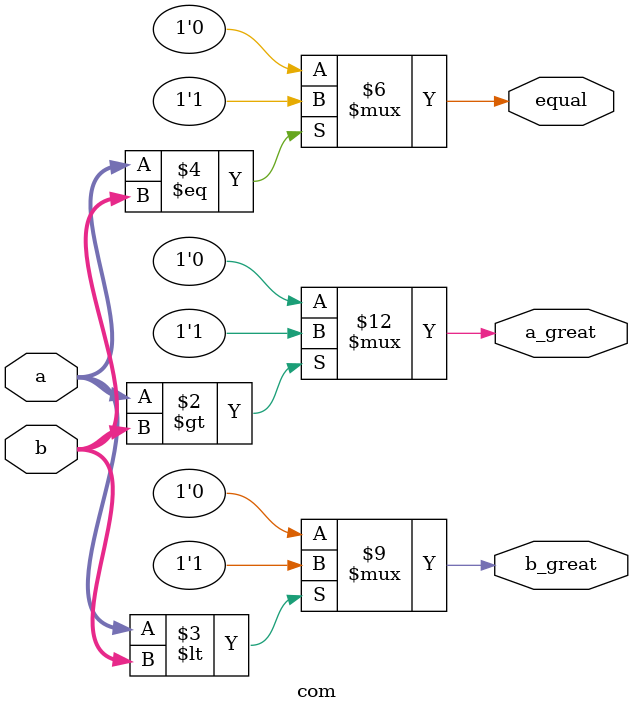
<source format=v>
module com(a_great,b_great,equal,a,b);
input[7:0] a,b;
output a_great,b_great,equal;
reg a_great,b_great,equal;
always @(a,b)
begin if(a>b)a_great=1;
else a_great = 0;
if(a<b) b_great=1;
else b_great = 0;
if(a == b) equal = 1;
else equal =0;
end
endmodule
</source>
